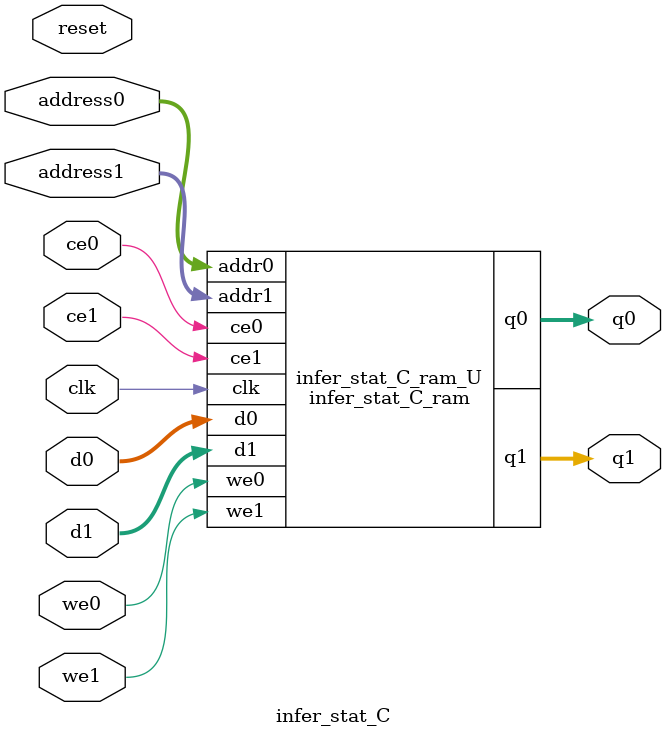
<source format=v>
`timescale 1 ns / 1 ps
module infer_stat_C_ram (addr0, ce0, d0, we0, q0, addr1, ce1, d1, we1, q1,  clk);

parameter DWIDTH = 32;
parameter AWIDTH = 6;
parameter MEM_SIZE = 64;

input[AWIDTH-1:0] addr0;
input ce0;
input[DWIDTH-1:0] d0;
input we0;
output reg[DWIDTH-1:0] q0;
input[AWIDTH-1:0] addr1;
input ce1;
input[DWIDTH-1:0] d1;
input we1;
output reg[DWIDTH-1:0] q1;
input clk;

(* ram_style = "block" *)reg [DWIDTH-1:0] ram[0:MEM_SIZE-1];




always @(posedge clk)  
begin 
    if (ce0) begin
        if (we0) 
            ram[addr0] <= d0; 
        q0 <= ram[addr0];
    end
end


always @(posedge clk)  
begin 
    if (ce1) begin
        if (we1) 
            ram[addr1] <= d1; 
        q1 <= ram[addr1];
    end
end


endmodule

`timescale 1 ns / 1 ps
module infer_stat_C(
    reset,
    clk,
    address0,
    ce0,
    we0,
    d0,
    q0,
    address1,
    ce1,
    we1,
    d1,
    q1);

parameter DataWidth = 32'd32;
parameter AddressRange = 32'd64;
parameter AddressWidth = 32'd6;
input reset;
input clk;
input[AddressWidth - 1:0] address0;
input ce0;
input we0;
input[DataWidth - 1:0] d0;
output[DataWidth - 1:0] q0;
input[AddressWidth - 1:0] address1;
input ce1;
input we1;
input[DataWidth - 1:0] d1;
output[DataWidth - 1:0] q1;



infer_stat_C_ram infer_stat_C_ram_U(
    .clk( clk ),
    .addr0( address0 ),
    .ce0( ce0 ),
    .we0( we0 ),
    .d0( d0 ),
    .q0( q0 ),
    .addr1( address1 ),
    .ce1( ce1 ),
    .we1( we1 ),
    .d1( d1 ),
    .q1( q1 ));

endmodule


</source>
